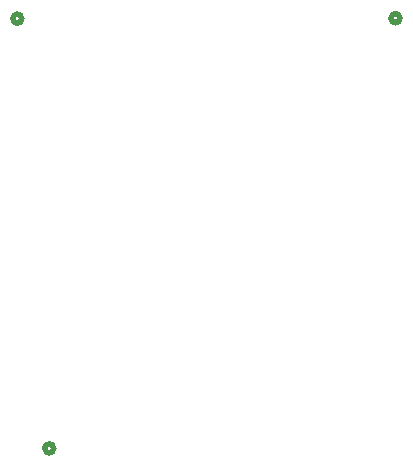
<source format=gbo>
%TF.GenerationSoftware,KiCad,Pcbnew,8.0.8*%
%TF.CreationDate,2025-02-24T22:18:04-07:00*%
%TF.ProjectId,ECE Capstone PCB Design,45434520-4361-4707-9374-6f6e65205043,rev?*%
%TF.SameCoordinates,Original*%
%TF.FileFunction,Legend,Bot*%
%TF.FilePolarity,Positive*%
%FSLAX46Y46*%
G04 Gerber Fmt 4.6, Leading zero omitted, Abs format (unit mm)*
G04 Created by KiCad (PCBNEW 8.0.8) date 2025-02-24 22:18:04*
%MOMM*%
%LPD*%
G01*
G04 APERTURE LIST*
%ADD10C,0.508000*%
%ADD11C,1.854200*%
%ADD12C,1.752600*%
%ADD13R,1.700000X1.700000*%
%ADD14O,1.700000X1.700000*%
%ADD15C,5.400000*%
%ADD16R,0.850000X0.850000*%
%ADD17O,0.850000X0.850000*%
G04 APERTURE END LIST*
D10*
%TO.C,J2*%
X133381000Y-104880300D02*
G75*
G02*
X132619000Y-104880300I-381000J0D01*
G01*
X132619000Y-104880300D02*
G75*
G02*
X133381000Y-104880300I381000J0D01*
G01*
%TO.C,J3*%
X162694755Y-68463100D02*
G75*
G02*
X161932755Y-68463100I-381000J0D01*
G01*
X161932755Y-68463100D02*
G75*
G02*
X162694755Y-68463100I381000J0D01*
G01*
%TO.C,J1*%
X130681000Y-68500000D02*
G75*
G02*
X129919000Y-68500000I-381000J0D01*
G01*
X129919000Y-68500000D02*
G75*
G02*
X130681000Y-68500000I381000J0D01*
G01*
%TD*%
%LPC*%
D11*
%TO.C,J2*%
X125819999Y-92400000D03*
X125819999Y-102400000D03*
D12*
X133000000Y-102400000D03*
X133000000Y-99900000D03*
X133000000Y-97400000D03*
X133000000Y-94900000D03*
X133000000Y-92400000D03*
%TD*%
D13*
%TO.C,REF\u002A\u002A*%
X154000000Y-88640000D03*
D14*
X156540000Y-88640000D03*
X154000000Y-91180000D03*
X156540000Y-91180000D03*
X154000000Y-93720000D03*
X156540000Y-93720000D03*
X154000000Y-96260000D03*
X156540000Y-96260000D03*
X154000000Y-98800000D03*
X156540000Y-98800000D03*
X154000000Y-101340000D03*
X156540000Y-101340000D03*
X154000000Y-103880000D03*
X156540000Y-103880000D03*
X154000000Y-106420000D03*
X156540000Y-106420000D03*
X154000000Y-108960000D03*
X156540000Y-108960000D03*
X154000000Y-111500000D03*
X156540000Y-111500000D03*
%TD*%
D13*
%TO.C,REF\u002A\u002A*%
X124500000Y-83775000D03*
D14*
X124500000Y-81235000D03*
X124500000Y-78695000D03*
%TD*%
D15*
%TO.C,REF\u002A\u002A*%
X126100000Y-50600000D03*
%TD*%
D11*
%TO.C,J1*%
X125819999Y-58500000D03*
X125819999Y-68500000D03*
D12*
X133000000Y-68500000D03*
X133000000Y-66000000D03*
X133000000Y-63500000D03*
X133000000Y-61000000D03*
X133000000Y-58500000D03*
%TD*%
D15*
%TO.C,REF\u002A\u002A*%
X234000000Y-50500000D03*
%TD*%
%TO.C,*%
X213400000Y-50600000D03*
%TD*%
D16*
%TO.C,REF\u002A\u002A*%
X209800000Y-65500000D03*
D17*
X210800000Y-65500000D03*
X211800000Y-65500000D03*
X212800000Y-65500000D03*
X213800000Y-65500000D03*
%TD*%
D15*
%TO.C,REF\u002A\u002A*%
X126000000Y-110500000D03*
%TD*%
D16*
%TO.C,REF\u002A\u002A*%
X217800000Y-62500000D03*
D17*
X216800000Y-62500000D03*
X215800000Y-62500000D03*
X214800000Y-62500000D03*
X213800000Y-62500000D03*
%TD*%
%LPD*%
M02*

</source>
